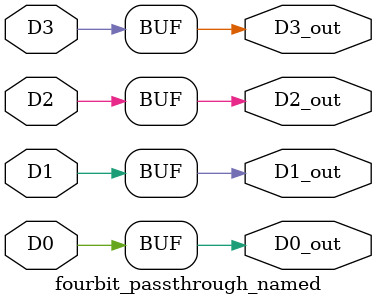
<source format=v>

module fourbit_passthrough_named (
    input  wire D3,
    input  wire D2,
    input  wire D1,
    input  wire D0,
    output wire D3_out,
    output wire D2_out,
    output wire D1_out,
    output wire D0_out
);
    assign D3_out = D3;
    assign D2_out = D2;
    assign D1_out = D1;
    assign D0_out = D0;
endmodule

</source>
